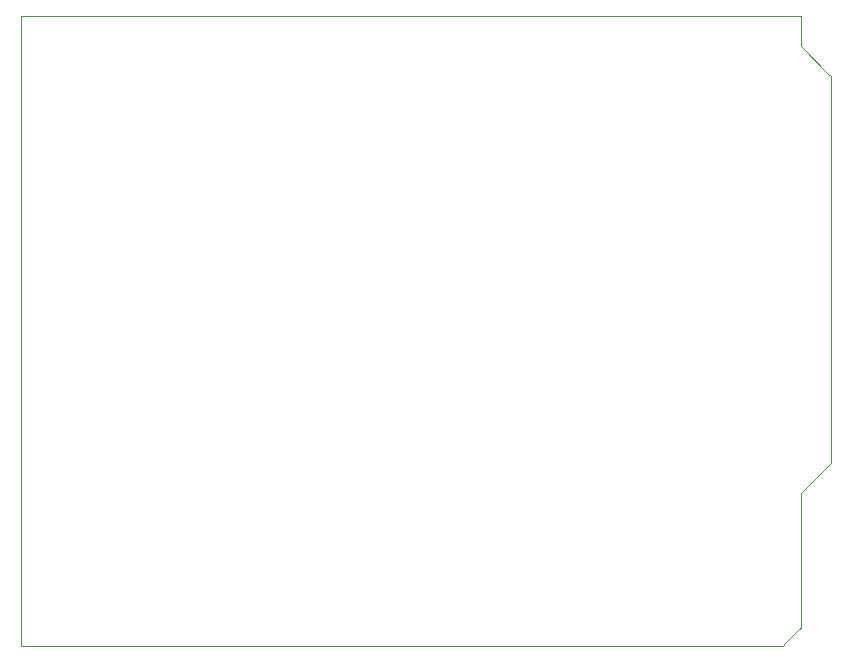
<source format=gbr>
%TF.GenerationSoftware,KiCad,Pcbnew,8.0.2-1*%
%TF.CreationDate,2024-05-16T23:12:18-04:00*%
%TF.ProjectId,ORA_Arduino_ESP_CAN_Shield,4f52415f-4172-4647-9569-6e6f5f455350,rev?*%
%TF.SameCoordinates,Original*%
%TF.FileFunction,Profile,NP*%
%FSLAX46Y46*%
G04 Gerber Fmt 4.6, Leading zero omitted, Abs format (unit mm)*
G04 Created by KiCad (PCBNEW 8.0.2-1) date 2024-05-16 23:12:18*
%MOMM*%
%LPD*%
G01*
G04 APERTURE LIST*
%TA.AperFunction,Profile*%
%ADD10C,0.050000*%
%TD*%
G04 APERTURE END LIST*
D10*
X92300000Y-60670000D02*
X92360000Y-60610000D01*
X89820000Y-63150000D02*
X89820000Y-63270000D01*
X92270000Y-60700000D02*
X92300000Y-60670000D01*
X23780000Y-22770000D02*
X23780000Y-75960000D01*
X89820000Y-74310000D02*
X89820000Y-63270000D01*
X23780000Y-76110000D02*
X88190000Y-76110000D01*
X89820000Y-25310000D02*
X89820000Y-22900000D01*
X75330000Y-22770000D02*
X23780000Y-22770000D01*
X88510000Y-75900000D02*
X89720000Y-74690000D01*
X92360000Y-27850000D02*
X92160000Y-27650000D01*
X88300000Y-76110000D02*
X88190000Y-76110000D01*
X92160000Y-27650000D02*
X89820000Y-25310000D01*
X23780000Y-75960000D02*
X23780000Y-76110000D01*
X89820000Y-22900000D02*
X89820000Y-22770000D01*
X89930000Y-63040000D02*
X92270000Y-60700000D01*
X89820000Y-22770000D02*
X89630000Y-22770000D01*
X89820000Y-74590000D02*
X89820000Y-74510000D01*
X92360000Y-28010000D02*
X92360000Y-27850000D01*
X89720000Y-74690000D02*
X89820000Y-74590000D01*
X89820000Y-74310000D02*
X89820000Y-74510000D01*
X89930000Y-63040000D02*
X89820000Y-63150000D01*
X88510000Y-75900000D02*
X88300000Y-76110000D01*
X92360000Y-60610000D02*
X92360000Y-28010000D01*
X89630000Y-22770000D02*
X75330000Y-22770000D01*
M02*

</source>
